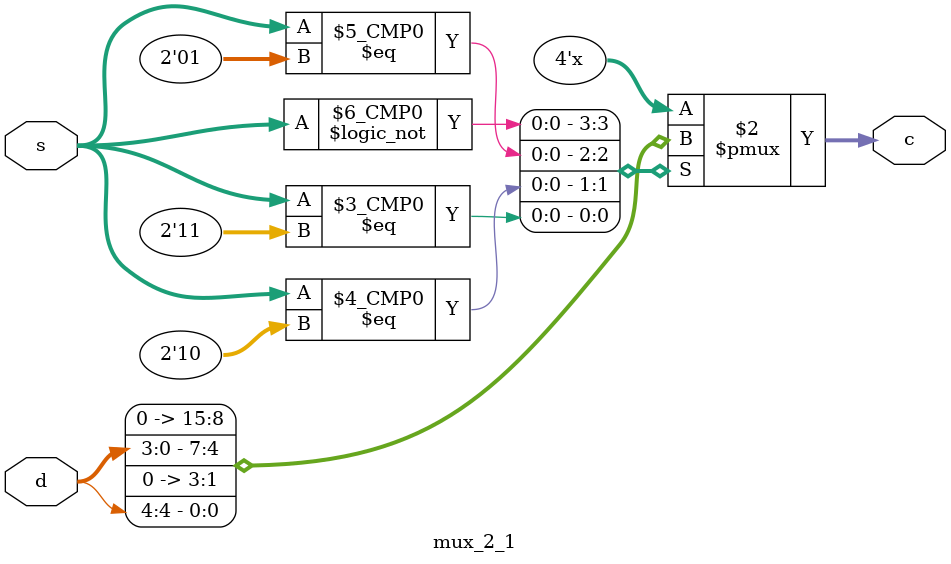
<source format=v>
`timescale 1ns / 1ps


module mux_2_1(
    input [1:0] s,
    input [4:0] d,
    output reg [3:0] c
    );
    always @(*) begin
        case (s)
            2'b00: c<=0;
            2'b01: c<=0;
            2'b10: c<=d[3:0];
            2'b11: c<={3'b000,d[4]};
        endcase
    end
endmodule

</source>
